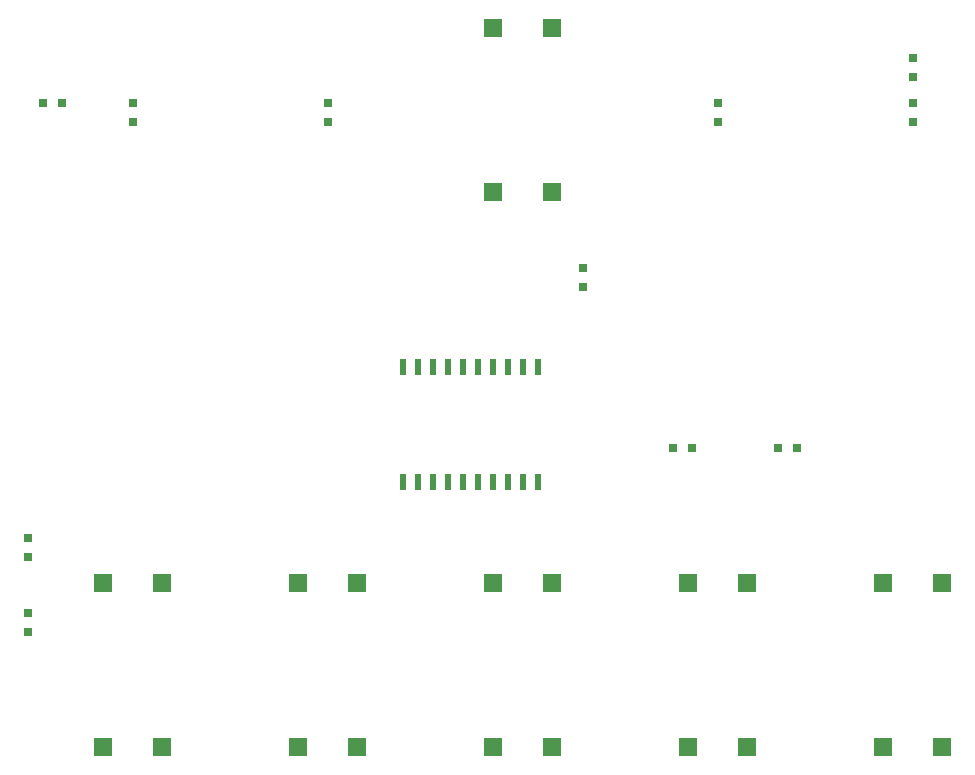
<source format=gtp>
G04 MADE WITH FRITZING*
G04 WWW.FRITZING.ORG*
G04 DOUBLE SIDED*
G04 HOLES PLATED*
G04 CONTOUR ON CENTER OF CONTOUR VECTOR*
%ASAXBY*%
%FSLAX23Y23*%
%MOIN*%
%OFA0B0*%
%SFA1.0B1.0*%
%ADD11R,0.021654X0.052362*%
%ADD12R,0.031496X0.031102*%
%ADD13R,0.031102X0.031496*%
%ADD14R,0.062992X0.061024*%
%LNPASTEMASK1*%
G90*
G70*
G54D11*
X1551Y1568D03*
X1601Y1568D03*
X1651Y1568D03*
X1701Y1568D03*
X1751Y1568D03*
X1801Y1568D03*
X1851Y1568D03*
X1901Y1568D03*
X1951Y1568D03*
X2001Y1568D03*
X1551Y1184D03*
X1601Y1184D03*
X1651Y1184D03*
X1701Y1184D03*
X1751Y1184D03*
X1801Y1184D03*
X1851Y1184D03*
X1901Y1184D03*
X1951Y1184D03*
X2001Y1184D03*
G54D12*
X2600Y2450D03*
X2600Y2386D03*
X1300Y2450D03*
X1300Y2385D03*
X650Y2450D03*
X650Y2385D03*
X3250Y2450D03*
X3250Y2385D03*
G54D13*
X350Y2450D03*
X413Y2450D03*
G54D12*
X3250Y2600D03*
X3250Y2537D03*
X2150Y1900D03*
X2150Y1837D03*
G54D13*
X2450Y1300D03*
X2513Y1300D03*
X2800Y1300D03*
X2863Y1300D03*
G54D12*
X300Y750D03*
X300Y687D03*
X300Y1000D03*
X300Y937D03*
G54D14*
X3151Y301D03*
X3348Y301D03*
X3348Y850D03*
X3151Y850D03*
X2501Y301D03*
X2698Y301D03*
X2698Y850D03*
X2501Y850D03*
X1851Y301D03*
X2048Y301D03*
X2048Y850D03*
X1851Y850D03*
X1201Y301D03*
X1398Y301D03*
X1398Y850D03*
X1201Y850D03*
X551Y301D03*
X748Y301D03*
X748Y850D03*
X551Y850D03*
X1851Y2151D03*
X2048Y2151D03*
X2048Y2700D03*
X1851Y2700D03*
G04 End of PasteMask1*
M02*
</source>
